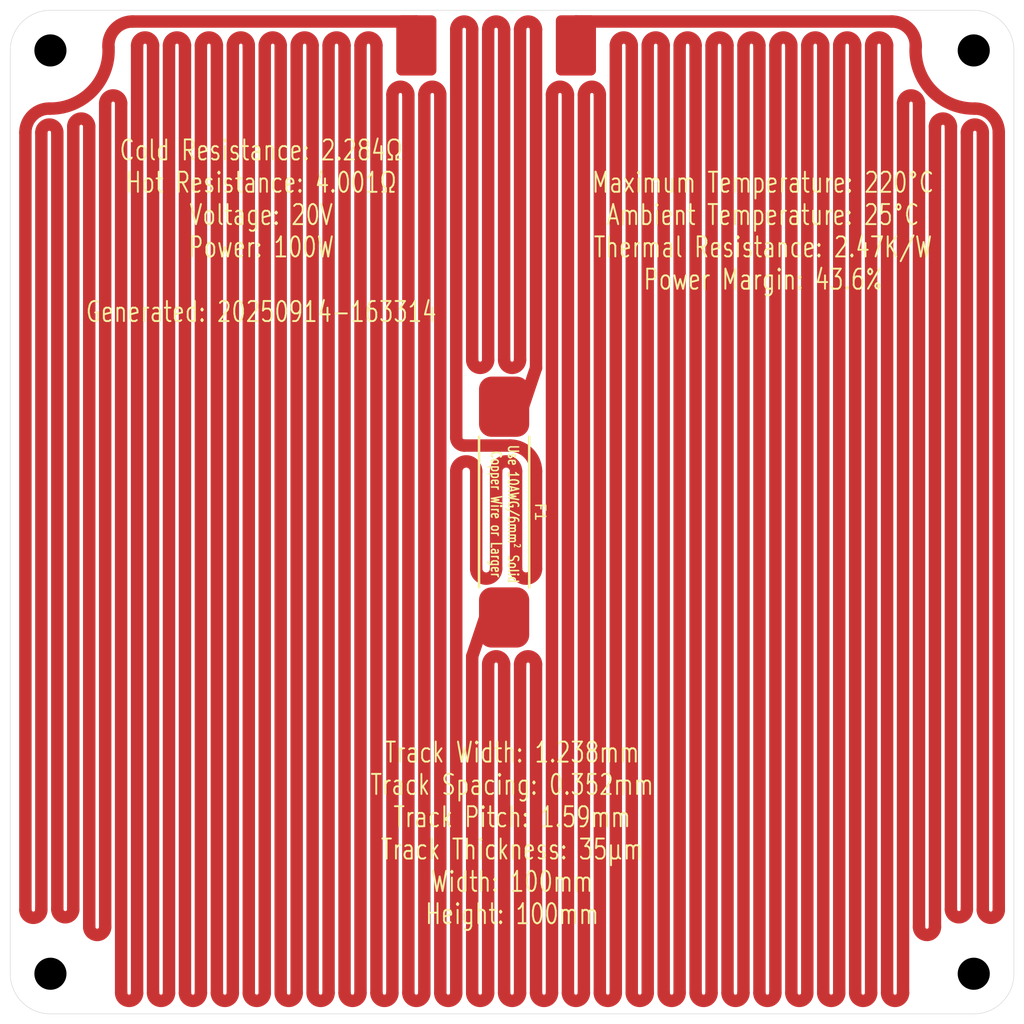
<source format=kicad_pcb>
(kicad_pcb (version 20241229) (generator "pcbnew") (generator_version "9.0")
  (layers (0 "F.Cu" signal) (2 "B.Cu" signal) (13 "F.Paste" user) (15 "B.Paste" user) (5 "F.SilkS" user "F.Silkscreen") (7 "B.SilkS" user "B.Silkscreen") (1 "F.Mask" user) (3 "B.Mask" user) (25 "Edge.Cuts" user))
  (net 0 "")
  (net 1 "Net-(J2-Pin_1)")
  (net 2 "Net-(J1-Pin_1)")
  (footprint "blg:MountingHole_3.2mm_M3_NoPad_TopLarge" (layer "F.Cu") (at 151 59)
    (property "Reference" "REF**" (hide yes))
    (property "Value" "MountingHole_3.2mm_M3_NoPad_TopLarge" (hide yes))
    (pad "" np_thru_hole circle (at 0 0) (size 7.6 7.6) (drill 3.2) (layers))
  )
  (footprint "blg:SMD_PowerConnection_4x6mm" (layer "F.Cu") (at 111.359999 58.5 -90)
    (property "Reference" "J2" (hide yes))
    (property "Value" "Hotplate_Power_Connection" (hide yes))
    (pad "1" smd roundrect (at 0 0 270) (size 6 4) (layers "F.Cu" "F.Mask" "F.Paste") (roundrect_rratio 0.125) (net 1 "Net-(J2-Pin_1)"))
  )
  (footprint "blg:MountingHole_3.2mm_M3_NoPad_TopLarge" (layer "F.Cu") (at 59 151)
    (property "Reference" "REF**" (hide yes))
    (property "Value" "MountingHole_3.2mm_M3_NoPad_TopLarge" (hide yes))
    (pad "" np_thru_hole circle (at 0 0) (size 7.6 7.6) (drill 3.2) (layers))
  )
  (footprint "blg:MountingHole_3.2mm_M3_NoPad_TopLarge" (layer "F.Cu") (at 151 151)
    (property "Reference" "REF**" (hide yes))
    (property "Value" "MountingHole_3.2mm_M3_NoPad_TopLarge" (hide yes))
    (pad "" np_thru_hole circle (at 0 0) (size 7.6 7.6) (drill 3.2) (layers))
  )
  (footprint "blg:SMD_PowerConnection_4x6mm" (layer "F.Cu") (at 95.46 58.5 -90)
    (property "Reference" "J1" (hide yes))
    (property "Value" "Hotplate_Power_Connection" (hide yes))
    (pad "1" smd roundrect (at 0 0 270) (size 6 4) (layers "F.Cu" "F.Mask" "F.Paste") (roundrect_rratio 0.125) (net 2 "Net-(J1-Pin_1)"))
  )
  (footprint "blg:Thermal Fuse, Front, 25mm" (layer "F.Cu") (at 104.205 105 -90)
    (property "Reference" "F1" (at 0 -3.6 270) (layer "F.SilkS"))
    (property "Value" "~")
    (fp_line (start -7.5 2.5) (end 7.5 2.5) (stroke (width 0.25)) (layer "F.SilkS"))
    (fp_line (start -7.5 -2.5) (end 7.5 -2.5) (stroke (width 0.25)) (layer "F.SilkS"))
    (fp_text user "Use 10AWG/6mm  Solid" (at 0.2 -0.9 270) (layer "F.SilkS") (effects (font (size 1 0.75))))
    (fp_text user "2" (at 3.35 -1.3 270) (layer "F.SilkS") (effects (font (size 0.6 0.4) (thickness 0.1))))
    (fp_text user "Copper Wire or Larger" (at 0.2 0.8 270) (layer "F.SilkS") (effects (font (size 1 0.75))))
    (pad "1" smd roundrect (at -10.5 0 270) (size 6 5) (layers "F.Cu" "F.Mask") (net 2 "Net-(J1-Pin_1)"))
    (pad "2" smd roundrect (at 10.5 0 270) (size 6 5) (layers "F.Cu" "F.Mask") (net 1 "Net-(J2-Pin_1)"))
  )
  (footprint "blg:MountingHole_3.2mm_M3_NoPad_TopLarge" (layer "F.Cu") (at 59 59)
    (property "Reference" "REF**" (hide yes))
    (property "Value" "MountingHole_3.2mm_M3_NoPad_TopLarge" (hide yes))
    (pad "" np_thru_hole circle (at 0 0) (size 7.6 7.6) (drill 3.2) (layers))
  )
  (gr_arc (start 55 59) (mid 56.171573 56.171573) (end 59 55) (stroke (width 0.05)) (layer "Edge.Cuts"))
  (gr_line (start 155 59) (end 155 151) (stroke (width 0.05)) (layer "Edge.Cuts"))
  (gr_arc (start 59 155) (mid 56.171573 153.828427) (end 55 151) (stroke (width 0.05)) (layer "Edge.Cuts"))
  (gr_line (start 59 155) (end 151 155) (stroke (width 0.05)) (layer "Edge.Cuts"))
  (gr_line (start 55 59) (end 55 151) (stroke (width 0.05)) (layer "Edge.Cuts"))
  (gr_arc (start 155 151) (mid 153.828427 153.828427) (end 151 155) (stroke (width 0.05)) (layer "Edge.Cuts"))
  (gr_arc (start 151 55) (mid 153.828427 56.171573) (end 155 59) (stroke (width 0.05)) (layer "Edge.Cuts"))
  (gr_line (start 59 55) (end 151 55) (stroke (width 0.05)) (layer "Edge.Cuts"))
  (gr_text "Track Width: 1.238mm\nTrack Spacing: 0.352mm\nTrack Pitch: 1.59mm\nTrack Thickness: 35µm\nWidth: 100mm\nHeight: 100mm" (at 105 137 0) (layer "F.SilkS") (effects (font (size 2 1.5) (thickness 0.1875))))
  (gr_text "Maximum Temperature: 220°C\nAmbient Temperature: 25°C\nThermal Resistance: 2.47K/W\nPower Margin: 43.6%" (at 130 77 0) (layer "F.SilkS") (effects (font (size 2 1.5) (thickness 0.1875))))
  (gr_text "Cold Resistance: 2.284Ω\nHot Resistance: 4.001Ω\nVoltage: 20V\nPower: 100W\n\nGenerated: 20250914-163314" (at 80 77 0) (layer "F.SilkS") (effects (font (size 2 1.5) (thickness 0.1875))))
  (segment (start 139.185 58.504) (end 139.185 152.91) (width 1.238) (layer "F.Cu") (net 1))
  (segment (start 111.359999 56.118999) (end 111.359999 58.5) (width 1.238) (layer "F.Cu") (net 1))
  (segment (start 124.875 152.91) (end 124.875 58.504) (width 1.238) (layer "F.Cu") (net 1))
  (segment (start 102.324 115.5) (end 104.205 115.5) (width 1.238) (layer "F.Cu") (net 1))
  (segment (start 153.495 144.633046) (end 153.495 67.17926) (width 1.238) (layer "F.Cu") (net 1))
  (segment (start 140.774999 152.91) (end 140.774999 58.504) (width 1.238) (layer "F.Cu") (net 1))
  (segment (start 150.315 144.578341) (end 150.315 67.17926) (width 1.238) (layer "F.Cu") (net 1))
  (segment (start 113.745 63.414) (end 113.745 152.91) (width 1.238) (layer "F.Cu") (net 1))
  (segment (start 105.795 152.91) (end 105.795 120.163999) (width 1.238) (layer "F.Cu") (net 1))
  (segment (start 143.955 152.91) (end 143.955 64.2773) (width 1.238) (layer "F.Cu") (net 1))
  (segment (start 148.725 66.582051) (end 148.725 144.578341) (width 1.238) (layer "F.Cu") (net 1))
  (segment (start 116.925 58.504) (end 116.925 152.91) (width 1.238) (layer "F.Cu") (net 1))
  (segment (start 115.335 152.91) (end 115.335 58.504) (width 1.238) (layer "F.Cu") (net 1))
  (segment (start 147.135 146.340332) (end 147.135 66.582051) (width 1.238) (layer "F.Cu") (net 1))
  (segment (start 126.464999 58.504) (end 126.464999 152.91) (width 1.238) (layer "F.Cu") (net 1))
  (segment (start 112.154999 152.91) (end 112.154999 63.414) (width 1.238) (layer "F.Cu") (net 1))
  (segment (start 102.615 152.91) (end 102.615 120.163999) (width 1.238) (layer "F.Cu") (net 1))
  (segment (start 101.024999 119.368999) (end 101.024999 152.91) (width 1.238) (layer "F.Cu") (net 1))
  (segment (start 123.285 58.504) (end 123.285 152.91) (width 1.238) (layer "F.Cu") (net 1))
  (segment (start 137.595 152.91) (end 137.595 58.504) (width 1.238) (layer "F.Cu") (net 1))
  (segment (start 131.234999 152.91) (end 131.234999 58.504) (width 1.238) (layer "F.Cu") (net 1))
  (segment (start 134.415 152.91) (end 134.415 58.504) (width 1.238) (layer "F.Cu") (net 1))
  (segment (start 145.545 64.2773) (end 145.545 146.340332) (width 1.238) (layer "F.Cu") (net 1))
  (segment (start 136.005 58.504) (end 136.005 152.91) (width 1.238) (layer "F.Cu") (net 1))
  (segment (start 142.364999 58.504) (end 142.364999 152.91) (width 1.238) (layer "F.Cu") (net 1))
  (segment (start 151.904999 67.17926) (end 151.904999 144.633046) (width 1.238) (layer "F.Cu") (net 1))
  (segment (start 142.835051 56.118999) (end 111.359999 56.118999) (width 1.238) (layer "F.Cu") (net 1))
  (segment (start 129.644999 58.504) (end 129.644999 152.91) (width 1.238) (layer "F.Cu") (net 1))
  (segment (start 132.824999 58.504) (end 132.824999 152.91) (width 1.238) (layer "F.Cu") (net 1))
  (segment (start 120.104999 58.504) (end 120.104999 152.91) (width 1.238) (layer "F.Cu") (net 1))
  (segment (start 104.205 120.163999) (end 104.205 152.91) (width 1.238) (layer "F.Cu") (net 1))
  (segment (start 121.695 152.91) (end 121.695 58.504) (width 1.238) (layer "F.Cu") (net 1))
  (segment (start 110.565 63.414) (end 110.565 152.91) (width 1.238) (layer "F.Cu") (net 1))
  (segment (start 128.055 152.91) (end 128.055 58.504) (width 1.238) (layer "F.Cu") (net 1))
  (segment (start 107.384999 120.163999) (end 107.384999 152.91) (width 1.238) (layer "F.Cu") (net 1))
  (segment (start 118.515 152.91) (end 118.515 58.504) (width 1.238) (layer "F.Cu") (net 1))
  (segment (start 101.024999 119.368999) (end 102.324 115.5) (width 1.238) (layer "F.Cu") (net 1))
  (segment (start 108.975 152.91) (end 108.975 63.414) (width 1.238) (layer "F.Cu") (net 1))
  (arc (start 150.315 67.17926) (mid 151.11 66.38426) (end 151.904999 67.17926) (width 1.238) (layer "F.Cu") (net 1))
  (arc (start 110.565 152.91) (mid 111.36 153.704999) (end 112.154999 152.91) (width 1.238) (layer "F.Cu") (net 1))
  (arc (start 151.077927 64.794476) (mid 146.80671 62.999793) (end 145.215663 58.648616) (width 1.238) (layer "F.Cu") (net 1))
  (arc (start 126.464999 152.91) (mid 127.259999 153.704999) (end 128.055 152.91) (width 1.238) (layer "F.Cu") (net 1))
  (arc (start 116.925 152.91) (mid 117.719999 153.704999) (end 118.515 152.91) (width 1.238) (layer "F.Cu") (net 1))
  (arc (start 134.415 58.504) (mid 135.21 57.708999) (end 136.005 58.504) (width 1.238) (layer "F.Cu") (net 1))
  (arc (start 129.644999 152.91) (mid 130.44 153.704999) (end 131.234999 152.91) (width 1.238) (layer "F.Cu") (net 1))
  (arc (start 108.975 63.414) (mid 109.77 62.618999) (end 110.565 63.414) (width 1.238) (layer "F.Cu") (net 1))
  (arc (start 145.545 146.340332) (mid 146.34 147.135332) (end 147.135 146.340332) (width 1.238) (layer "F.Cu") (net 1))
  (arc (start 153.495 67.17926) (mid 152.839006 65.536469) (end 151.077927 64.794476) (width 1.238) (layer "F.Cu") (net 1))
  (arc (start 142.835051 56.118999) (mid 144.571878 56.869479) (end 145.215663 58.648616) (width 1.238) (layer "F.Cu") (net 1))
  (arc (start 120.104999 152.91) (mid 120.899999 153.704999) (end 121.695 152.91) (width 1.238) (layer "F.Cu") (net 1))
  (arc (start 128.055 58.504) (mid 128.85 57.708999) (end 129.644999 58.504) (width 1.238) (layer "F.Cu") (net 1))
  (arc (start 113.745 152.91) (mid 114.539999 153.704999) (end 115.335 152.91) (width 1.238) (layer "F.Cu") (net 1))
  (arc (start 121.695 58.504) (mid 122.489999 57.708999) (end 123.285 58.504) (width 1.238) (layer "F.Cu") (net 1))
  (arc (start 132.824999 152.91) (mid 133.619999 153.704999) (end 134.415 152.91) (width 1.238) (layer "F.Cu") (net 1))
  (arc (start 142.364999 152.91) (mid 143.159999 153.704999) (end 143.955 152.91) (width 1.238) (layer "F.Cu") (net 1))
  (arc (start 137.595 58.504) (mid 138.39 57.708999) (end 139.185 58.504) (width 1.238) (layer "F.Cu") (net 1))
  (arc (start 131.234999 58.504) (mid 132.029999 57.708999) (end 132.824999 58.504) (width 1.238) (layer "F.Cu") (net 1))
  (arc (start 123.285 152.91) (mid 124.08 153.704999) (end 124.875 152.91) (width 1.238) (layer "F.Cu") (net 1))
  (arc (start 139.185 152.91) (mid 139.98 153.704999) (end 140.774999 152.91) (width 1.238) (layer "F.Cu") (net 1))
  (arc (start 124.875 58.504) (mid 125.67 57.708999) (end 126.464999 58.504) (width 1.238) (layer "F.Cu") (net 1))
  (arc (start 107.384999 152.91) (mid 108.18 153.704999) (end 108.975 152.91) (width 1.238) (layer "F.Cu") (net 1))
  (arc (start 112.154999 63.414) (mid 112.949999 62.618999) (end 113.745 63.414) (width 1.238) (layer "F.Cu") (net 1))
  (arc (start 136.005 152.91) (mid 136.8 153.704999) (end 137.595 152.91) (width 1.238) (layer "F.Cu") (net 1))
  (arc (start 151.904999 144.633046) (mid 152.7 145.428046) (end 153.495 144.633046) (width 1.238) (layer "F.Cu") (net 1))
  (arc (start 140.774999 58.504) (mid 141.57 57.708999) (end 142.364999 58.504) (width 1.238) (layer "F.Cu") (net 1))
  (arc (start 104.205 152.91) (mid 105 153.704999) (end 105.795 152.91) (width 1.238) (layer "F.Cu") (net 1))
  (arc (start 102.615 120.163999) (mid 103.41 119.368999) (end 104.205 120.163999) (width 1.238) (layer "F.Cu") (net 1))
  (arc (start 105.795 120.163999) (mid 106.589999 119.368999) (end 107.384999 120.163999) (width 1.238) (layer "F.Cu") (net 1))
  (arc (start 115.335 58.504) (mid 116.13 57.708999) (end 116.925 58.504) (width 1.238) (layer "F.Cu") (net 1))
  (arc (start 143.955 64.2773) (mid 144.75 63.4823) (end 145.545 64.2773) (width 1.238) (layer "F.Cu") (net 1))
  (arc (start 118.515 58.504) (mid 119.31 57.708999) (end 120.104999 58.504) (width 1.238) (layer "F.Cu") (net 1))
  (arc (start 101.024999 152.91) (mid 101.82 153.704999) (end 102.615 152.91) (width 1.238) (layer "F.Cu") (net 1))
  (arc (start 147.135 66.582051) (mid 147.93 65.787051) (end 148.725 66.582051) (width 1.238) (layer "F.Cu") (net 1))
  (arc (start 148.725 144.578341) (mid 149.519999 145.373341) (end 150.315 144.578341) (width 1.238) (layer "F.Cu") (net 1))
  (segment (start 103.41 100.95275) (end 103.41 110.63725) (width 1.238) (layer "F.Cu") (net 2))
  (segment (start 78.765 152.91) (end 78.765 58.504) (width 1.238) (layer "F.Cu") (net 2))
  (segment (start 89.895 58.504) (end 89.895 152.91) (width 1.238) (layer "F.Cu") (net 2))
  (segment (start 86.715 58.504) (end 86.715 152.91) (width 1.238) (layer "F.Cu") (net 2))
  (segment (start 102.615 56.914) (end 102.615 89.836) (width 1.238) (layer "F.Cu") (net 2))
  (segment (start 107.384999 90.631) (end 107.384999 56.914) (width 1.238) (layer "F.Cu") (net 2))
  (segment (start 80.354999 58.504) (end 80.354999 152.91) (width 1.238) (layer "F.Cu") (net 2))
  (segment (start 101.024999 89.836) (end 101.024999 56.914) (width 1.238) (layer "F.Cu") (net 2))
  (segment (start 64.455 64.2773) (end 64.455 146.340332) (width 1.238) (layer "F.Cu") (net 2))
  (segment (start 100.23 98.369) (end 104.80125 98.369) (width 1.238) (layer "F.Cu") (net 2))
  (segment (start 62.864999 146.340332) (end 62.864999 66.582051) (width 1.238) (layer "F.Cu") (net 2))
  (segment (start 105.3975 110.63725) (end 105.3975 100.95275) (width 1.238) (layer "F.Cu") (net 2))
  (segment (start 83.535 58.504) (end 83.535 152.91) (width 1.238) (layer "F.Cu") (net 2))
  (segment (start 105.795 56.914) (end 105.795 89.836) (width 1.238) (layer "F.Cu") (net 2))
  (segment (start 99.435 56.914) (end 99.435 97.574) (width 1.238) (layer "F.Cu") (net 2))
  (segment (start 59.684999 144.578341) (end 59.684999 67.17926) (width 1.238) (layer "F.Cu") (net 2))
  (segment (start 67.635 58.504) (end 67.635 152.91) (width 1.238) (layer "F.Cu") (net 2))
  (segment (start 106.086 94.5) (end 104.205 94.5) (width 1.238) (layer "F.Cu") (net 2))
  (segment (start 72.405 152.91) (end 72.405 58.504) (width 1.238) (layer "F.Cu") (net 2))
  (segment (start 101.4225 110.63725) (end 101.4225 100.95275) (width 1.238) (layer "F.Cu") (net 2))
  (segment (start 99.435 100.95275) (end 99.435 152.91) (width 1.238) (layer "F.Cu") (net 2))
  (segment (start 70.815 58.504) (end 70.815 152.91) (width 1.238) (layer "F.Cu") (net 2))
  (segment (start 107.384999 90.631) (end 106.086 94.5) (width 1.238) (layer "F.Cu") (net 2))
  (segment (start 73.994999 58.504) (end 73.994999 152.91) (width 1.238) (layer "F.Cu") (net 2))
  (segment (start 104.205 89.836) (end 104.205 56.914) (width 1.238) (layer "F.Cu") (net 2))
  (segment (start 94.664999 152.91) (end 94.664999 63.414) (width 1.238) (layer "F.Cu") (net 2))
  (segment (start 91.485 152.91) (end 91.485 58.504) (width 1.238) (layer "F.Cu") (net 2))
  (segment (start 66.044999 152.91) (end 66.044999 64.2773) (width 1.238) (layer "F.Cu") (net 2))
  (segment (start 81.945 152.91) (end 81.945 58.504) (width 1.238) (layer "F.Cu") (net 2))
  (segment (start 69.225 152.91) (end 69.225 58.504) (width 1.238) (layer "F.Cu") (net 2))
  (segment (start 93.074999 63.414) (end 93.074999 152.91) (width 1.238) (layer "F.Cu") (net 2))
  (segment (start 95.459999 56.118999) (end 95.459999 58.5) (width 1.238) (layer "F.Cu") (net 2))
  (segment (start 85.124999 152.91) (end 85.124999 58.504) (width 1.238) (layer "F.Cu") (net 2))
  (segment (start 58.095 67.17926) (end 58.095 144.633046) (width 1.238) (layer "F.Cu") (net 2))
  (segment (start 107.384999 100.95275) (end 107.384999 110.63725) (width 1.238) (layer "F.Cu") (net 2))
  (segment (start 77.175 58.504) (end 77.175 152.91) (width 1.238) (layer "F.Cu") (net 2))
  (segment (start 56.505 144.633046) (end 56.505 67.17926) (width 1.238) (layer "F.Cu") (net 2))
  (segment (start 67.164948 56.118999) (end 95.459999 56.118999) (width 1.238) (layer "F.Cu") (net 2))
  (segment (start 75.585 152.91) (end 75.585 58.504) (width 1.238) (layer "F.Cu") (net 2))
  (segment (start 96.255 63.414) (end 96.255 152.91) (width 1.238) (layer "F.Cu") (net 2))
  (segment (start 61.275 66.582051) (end 61.275 144.578341) (width 1.238) (layer "F.Cu") (net 2))
  (segment (start 88.305 152.91) (end 88.305 58.504) (width 1.238) (layer "F.Cu") (net 2))
  (segment (start 97.845 152.91) (end 97.845 63.414) (width 1.238) (layer "F.Cu") (net 2))
  (arc (start 91.485 58.504) (mid 90.69 57.708999) (end 89.895 58.504) (width 1.238) (layer "F.Cu") (net 2))
  (arc (start 81.945 58.504) (mid 81.15 57.708999) (end 80.354999 58.504) (width 1.238) (layer "F.Cu") (net 2))
  (arc (start 62.864999 66.582051) (mid 62.07 65.787051) (end 61.275 66.582051) (width 1.238) (layer "F.Cu") (net 2))
  (arc (start 103.41 110.63725) (mid 102.41625 111.631) (end 101.4225 110.63725) (width 1.238) (layer "F.Cu") (net 2))
  (arc (start 78.765 58.504) (mid 77.97 57.708999) (end 77.175 58.504) (width 1.238) (layer "F.Cu") (net 2))
  (arc (start 96.255 152.91) (mid 95.46 153.704999) (end 94.664999 152.91) (width 1.238) (layer "F.Cu") (net 2))
  (arc (start 104.80125 98.369) (mid 106.628237 99.125762) (end 107.384999 100.95275) (width 1.238) (layer "F.Cu") (net 2))
  (arc (start 107.384999 56.914) (mid 106.589999 56.118999) (end 105.795 56.914) (width 1.238) (layer "F.Cu") (net 2))
  (arc (start 59.684999 67.17926) (mid 58.89 66.38426) (end 58.095 67.17926) (width 1.238) (layer "F.Cu") (net 2))
  (arc (start 70.815 152.91) (mid 70.02 153.704999) (end 69.225 152.91) (width 1.238) (layer "F.Cu") (net 2))
  (arc (start 99.435 152.91) (mid 98.639999 153.704999) (end 97.845 152.91) (width 1.238) (layer "F.Cu") (net 2))
  (arc (start 101.024999 56.914) (mid 100.229999 56.119) (end 99.435 56.914) (width 1.238) (layer "F.Cu") (net 2))
  (arc (start 77.175 152.91) (mid 76.38 153.704999) (end 75.585 152.91) (width 1.238) (layer "F.Cu") (net 2))
  (arc (start 83.535 152.91) (mid 82.74 153.704999) (end 81.945 152.91) (width 1.238) (layer "F.Cu") (net 2))
  (arc (start 94.664999 63.414) (mid 93.869999 62.618999) (end 93.074999 63.414) (width 1.238) (layer "F.Cu") (net 2))
  (arc (start 56.505 67.17926) (mid 57.160993 65.536469) (end 58.922072 64.794476) (width 1.238) (layer "F.Cu") (net 2))
  (arc (start 107.384999 110.63725) (mid 106.39125 111.631) (end 105.3975 110.63725) (width 1.238) (layer "F.Cu") (net 2))
  (arc (start 105.3975 100.95275) (mid 104.403749 99.958999) (end 103.41 100.95275) (width 1.238) (layer "F.Cu") (net 2))
  (arc (start 102.615 89.836) (mid 101.82 90.630999) (end 101.024999 89.836) (width 1.238) (layer "F.Cu") (net 2))
  (arc (start 104.205 56.914) (mid 103.41 56.118999) (end 102.615 56.914) (width 1.238) (layer "F.Cu") (net 2))
  (arc (start 105.795 89.836) (mid 105 90.630999) (end 104.205 89.836) (width 1.238) (layer "F.Cu") (net 2))
  (arc (start 86.715 152.91) (mid 85.92 153.704999) (end 85.124999 152.91) (width 1.238) (layer "F.Cu") (net 2))
  (arc (start 66.044999 64.2773) (mid 65.25 63.4823) (end 64.455 64.2773) (width 1.238) (layer "F.Cu") (net 2))
  (arc (start 101.4225 100.95275) (mid 100.42875 99.958999) (end 99.435 100.95275) (width 1.238) (layer "F.Cu") (net 2))
  (arc (start 64.455 146.340332) (mid 63.66 147.135332) (end 62.864999 146.340332) (width 1.238) (layer "F.Cu") (net 2))
  (arc (start 93.074999 152.91) (mid 92.28 153.704999) (end 91.485 152.91) (width 1.238) (layer "F.Cu") (net 2))
  (arc (start 80.354999 152.91) (mid 79.559999 153.704999) (end 78.765 152.91) (width 1.238) (layer "F.Cu") (net 2))
  (arc (start 67.164948 56.118999) (mid 65.428121 56.869479) (end 64.784336 58.648616) (width 1.238) (layer "F.Cu") (net 2))
  (arc (start 97.845 63.414) (mid 97.05 62.618999) (end 96.255 63.414) (width 1.238) (layer "F.Cu") (net 2))
  (arc (start 67.635 152.91) (mid 66.84 153.704999) (end 66.044999 152.91) (width 1.238) (layer "F.Cu") (net 2))
  (arc (start 58.095 144.633046) (mid 57.3 145.428046) (end 56.505 144.633046) (width 1.238) (layer "F.Cu") (net 2))
  (arc (start 61.275 144.578341) (mid 60.48 145.373341) (end 59.684999 144.578341) (width 1.238) (layer "F.Cu") (net 2))
  (arc (start 72.405 58.504) (mid 71.61 57.708999) (end 70.815 58.504) (width 1.238) (layer "F.Cu") (net 2))
  (arc (start 88.305 58.504) (mid 87.509999 57.708999) (end 86.715 58.504) (width 1.238) (layer "F.Cu") (net 2))
  (arc (start 69.225 58.504) (mid 68.43 57.708999) (end 67.635 58.504) (width 1.238) (layer "F.Cu") (net 2))
  (arc (start 89.895 152.91) (mid 89.1 153.704999) (end 88.305 152.91) (width 1.238) (layer "F.Cu") (net 2))
  (arc (start 85.124999 58.504) (mid 84.33 57.708999) (end 83.535 58.504) (width 1.238) (layer "F.Cu") (net 2))
  (arc (start 100.23 98.369) (mid 99.66785 98.136149) (end 99.435 97.574) (width 1.238) (layer "F.Cu") (net 2))
  (arc (start 75.585 58.504) (mid 74.789999 57.708999) (end 73.994999 58.504) (width 1.238) (layer "F.Cu") (net 2))
  (arc (start 73.994999 152.91) (mid 73.2 153.704999) (end 72.405 152.91) (width 1.238) (layer "F.Cu") (net 2))
  (arc (start 58.922072 64.794476) (mid 63.193289 62.999793) (end 64.784336 58.648616) (width 1.238) (layer "F.Cu") (net 2))
)
</source>
